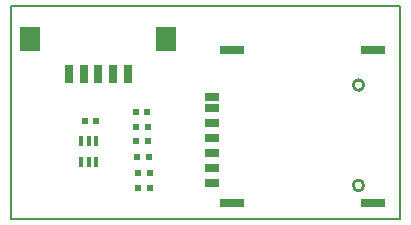
<source format=gtp>
%FSLAX25Y25*%
%MOIN*%
G70*
G01*
G75*
G04 Layer_Color=8421504*
%ADD10R,0.07087X0.07874*%
%ADD11R,0.03150X0.05906*%
%ADD12R,0.01575X0.03347*%
%ADD13R,0.04843X0.02559*%
%ADD14R,0.08268X0.02756*%
%ADD15R,0.02362X0.02362*%
%ADD16C,0.01000*%
%ADD17C,0.00500*%
%ADD18C,0.02000*%
%ADD19C,0.01969*%
%ADD20C,0.00800*%
D10*
X6620Y-10789D02*
D03*
X51895D02*
D03*
D11*
X39100Y-22600D02*
D03*
X34179D02*
D03*
X29258D02*
D03*
X24336D02*
D03*
X19415D02*
D03*
D12*
X23441Y-44758D02*
D03*
Y-52042D02*
D03*
X26000D02*
D03*
X28559Y-44758D02*
D03*
X26000D02*
D03*
X28559Y-52042D02*
D03*
D13*
X67300Y-30300D02*
D03*
Y-34040D02*
D03*
Y-59040D02*
D03*
Y-54040D02*
D03*
Y-49040D02*
D03*
Y-44040D02*
D03*
Y-39040D02*
D03*
D14*
X73658Y-65615D02*
D03*
X120902D02*
D03*
X73658Y-14473D02*
D03*
X120902D02*
D03*
D15*
X24700Y-38100D02*
D03*
X28637D02*
D03*
X45800Y-40200D02*
D03*
X41863D02*
D03*
X46400Y-60600D02*
D03*
X42463D02*
D03*
X45900Y-45000D02*
D03*
X41963D02*
D03*
X41700Y-35100D02*
D03*
X45637D02*
D03*
X42200Y-50200D02*
D03*
X46137D02*
D03*
X42500Y-55600D02*
D03*
X46437D02*
D03*
D16*
X117753Y-26245D02*
G03*
X117753Y-26245I-1772J0D01*
G01*
Y-59710D02*
G03*
X117753Y-59710I-1772J0D01*
G01*
D17*
X0Y0D02*
X129921D01*
Y-70866D02*
Y0D01*
X0Y-70866D02*
X129921D01*
X0D02*
Y0D01*
M02*

</source>
